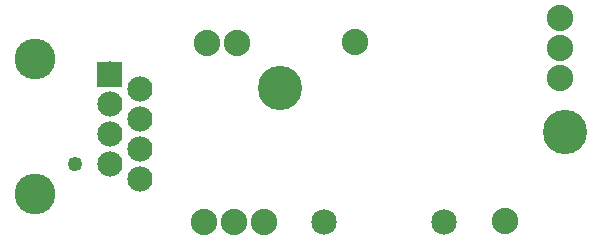
<source format=gts>
G04 MADE WITH FRITZING*
G04 WWW.FRITZING.ORG*
G04 DOUBLE SIDED*
G04 HOLES PLATED*
G04 CONTOUR ON CENTER OF CONTOUR VECTOR*
%ASAXBY*%
%FSLAX23Y23*%
%MOIN*%
%OFA0B0*%
%SFA1.0B1.0*%
%ADD10C,0.085000*%
%ADD11C,0.049370*%
%ADD12C,0.147795*%
%ADD13C,0.084000*%
%ADD14C,0.135984*%
%ADD15C,0.088000*%
%ADD16R,0.001000X0.001000*%
%LNMASK1*%
G90*
G70*
G54D10*
X1044Y191D03*
X1444Y191D03*
G54D11*
X214Y382D03*
G54D12*
X899Y637D03*
X1846Y489D03*
G54D13*
X430Y332D03*
X330Y382D03*
X430Y432D03*
X430Y532D03*
X430Y632D03*
X330Y482D03*
X330Y582D03*
X330Y682D03*
G54D14*
X80Y732D03*
X80Y282D03*
G54D13*
X430Y332D03*
X330Y382D03*
X430Y432D03*
X430Y532D03*
X430Y632D03*
X330Y482D03*
X330Y582D03*
X330Y682D03*
G54D14*
X80Y732D03*
X80Y282D03*
G54D15*
X1147Y791D03*
X1647Y193D03*
X1832Y869D03*
X1832Y769D03*
X1832Y669D03*
X845Y190D03*
X745Y190D03*
X645Y190D03*
X753Y788D03*
X653Y788D03*
G54D16*
X288Y724D02*
X371Y724D01*
X288Y723D02*
X371Y723D01*
X288Y722D02*
X371Y722D01*
X288Y721D02*
X371Y721D01*
X288Y720D02*
X371Y720D01*
X288Y719D02*
X371Y719D01*
X288Y718D02*
X371Y718D01*
X288Y717D02*
X371Y717D01*
X288Y716D02*
X371Y716D01*
X288Y715D02*
X371Y715D01*
X288Y714D02*
X371Y714D01*
X288Y713D02*
X371Y713D01*
X288Y712D02*
X371Y712D01*
X288Y711D02*
X371Y711D01*
X288Y710D02*
X371Y710D01*
X288Y709D02*
X371Y709D01*
X288Y708D02*
X371Y708D01*
X288Y707D02*
X371Y707D01*
X288Y706D02*
X371Y706D01*
X288Y705D02*
X371Y705D01*
X288Y704D02*
X371Y704D01*
X288Y703D02*
X371Y703D01*
X288Y702D02*
X371Y702D01*
X288Y701D02*
X371Y701D01*
X288Y700D02*
X371Y700D01*
X288Y699D02*
X371Y699D01*
X288Y698D02*
X371Y698D01*
X288Y697D02*
X371Y697D01*
X288Y696D02*
X323Y696D01*
X336Y696D02*
X371Y696D01*
X288Y695D02*
X321Y695D01*
X338Y695D02*
X371Y695D01*
X288Y694D02*
X320Y694D01*
X339Y694D02*
X371Y694D01*
X288Y693D02*
X318Y693D01*
X341Y693D02*
X371Y693D01*
X288Y692D02*
X318Y692D01*
X341Y692D02*
X371Y692D01*
X288Y691D02*
X317Y691D01*
X342Y691D02*
X371Y691D01*
X288Y690D02*
X316Y690D01*
X343Y690D02*
X371Y690D01*
X288Y689D02*
X316Y689D01*
X343Y689D02*
X371Y689D01*
X288Y688D02*
X315Y688D01*
X344Y688D02*
X371Y688D01*
X288Y687D02*
X315Y687D01*
X344Y687D02*
X371Y687D01*
X288Y686D02*
X315Y686D01*
X344Y686D02*
X371Y686D01*
X288Y685D02*
X315Y685D01*
X344Y685D02*
X371Y685D01*
X288Y684D02*
X314Y684D01*
X345Y684D02*
X371Y684D01*
X288Y683D02*
X314Y683D01*
X345Y683D02*
X371Y683D01*
X288Y682D02*
X314Y682D01*
X345Y682D02*
X371Y682D01*
X288Y681D02*
X314Y681D01*
X345Y681D02*
X371Y681D01*
X288Y680D02*
X314Y680D01*
X344Y680D02*
X371Y680D01*
X288Y679D02*
X315Y679D01*
X344Y679D02*
X371Y679D01*
X288Y678D02*
X315Y678D01*
X344Y678D02*
X371Y678D01*
X288Y677D02*
X315Y677D01*
X344Y677D02*
X371Y677D01*
X288Y676D02*
X316Y676D01*
X343Y676D02*
X371Y676D01*
X288Y675D02*
X316Y675D01*
X343Y675D02*
X371Y675D01*
X288Y674D02*
X317Y674D01*
X342Y674D02*
X371Y674D01*
X288Y673D02*
X317Y673D01*
X342Y673D02*
X371Y673D01*
X288Y672D02*
X318Y672D01*
X341Y672D02*
X371Y672D01*
X288Y671D02*
X319Y671D01*
X340Y671D02*
X371Y671D01*
X288Y670D02*
X320Y670D01*
X339Y670D02*
X371Y670D01*
X288Y669D02*
X322Y669D01*
X337Y669D02*
X371Y669D01*
X288Y668D02*
X325Y668D01*
X334Y668D02*
X371Y668D01*
X288Y667D02*
X371Y667D01*
X288Y666D02*
X371Y666D01*
X288Y665D02*
X371Y665D01*
X288Y664D02*
X371Y664D01*
X288Y663D02*
X371Y663D01*
X288Y662D02*
X371Y662D01*
X288Y661D02*
X371Y661D01*
X288Y660D02*
X371Y660D01*
X288Y659D02*
X371Y659D01*
X288Y658D02*
X371Y658D01*
X288Y657D02*
X371Y657D01*
X288Y656D02*
X371Y656D01*
X288Y655D02*
X371Y655D01*
X288Y654D02*
X371Y654D01*
X288Y653D02*
X371Y653D01*
X288Y652D02*
X371Y652D01*
X288Y651D02*
X371Y651D01*
X288Y650D02*
X371Y650D01*
X288Y649D02*
X371Y649D01*
X288Y648D02*
X371Y648D01*
X288Y647D02*
X371Y647D01*
X288Y646D02*
X371Y646D01*
X288Y645D02*
X371Y645D01*
X288Y644D02*
X371Y644D01*
X288Y643D02*
X371Y643D01*
X288Y642D02*
X371Y642D01*
X288Y641D02*
X371Y641D01*
D02*
G04 End of Mask1*
M02*
</source>
